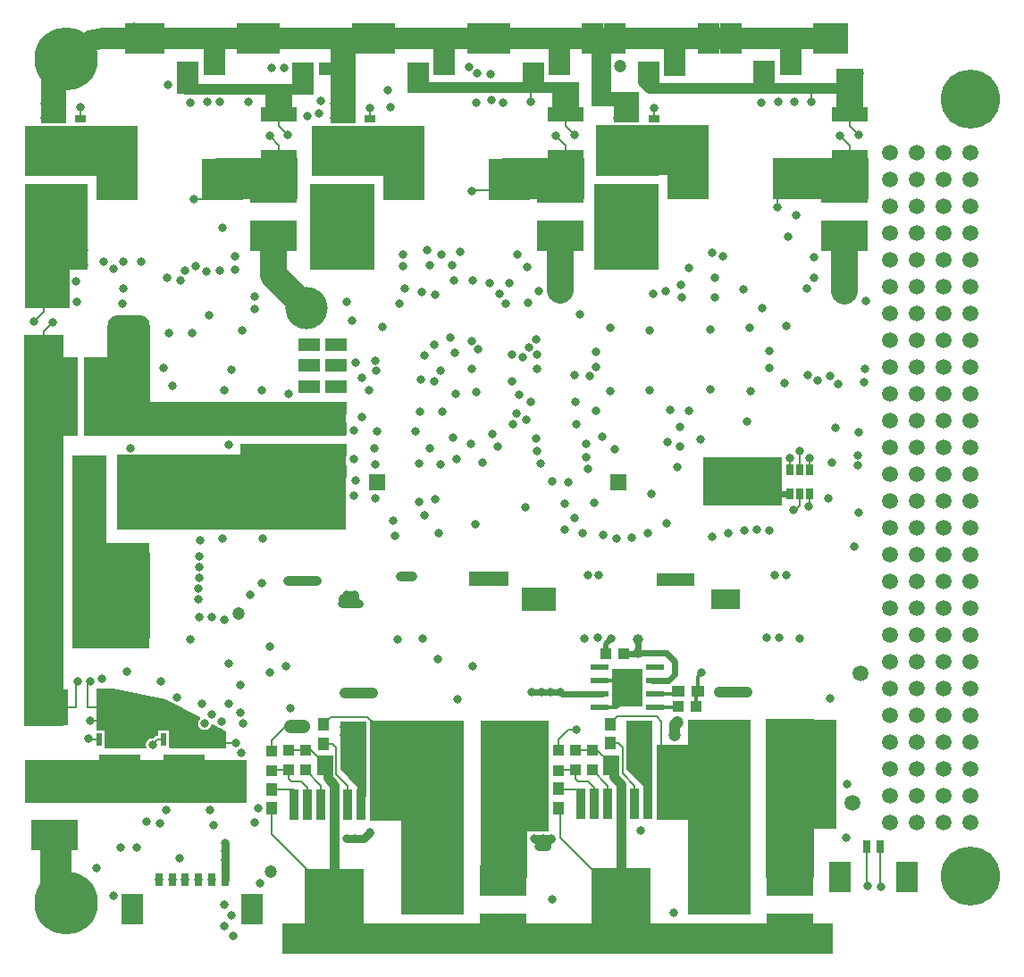
<source format=gtl>
G04 Layer_Physical_Order=1*
G04 Layer_Color=255*
%FSLAX44Y44*%
%MOMM*%
G71*
G01*
G75*
%ADD10C,2.0000*%
%ADD11R,3.2000X1.0000*%
%ADD12R,2.0000X1.2000*%
%ADD13R,0.8000X1.3000*%
%ADD14R,2.1000X3.0000*%
%ADD15R,0.6500X1.0500*%
%ADD16R,5.6000X6.3500*%
%ADD17R,0.9100X3.0000*%
%ADD18R,3.5000X1.4000*%
%ADD19R,1.1000X1.1000*%
%ADD20R,1.0000X0.7000*%
%ADD21R,4.0000X4.0000*%
%ADD22R,6.0000X6.0000*%
%ADD23R,6.0000X2.0000*%
%ADD24R,4.5000X3.0000*%
G04:AMPARAMS|DCode=25|XSize=4mm|YSize=10mm|CornerRadius=1mm|HoleSize=0mm|Usage=FLASHONLY|Rotation=0.000|XOffset=0mm|YOffset=0mm|HoleType=Round|Shape=RoundedRectangle|*
%AMROUNDEDRECTD25*
21,1,4.0000,8.0000,0,0,0.0*
21,1,2.0000,10.0000,0,0,0.0*
1,1,2.0000,1.0000,-4.0000*
1,1,2.0000,-1.0000,-4.0000*
1,1,2.0000,-1.0000,4.0000*
1,1,2.0000,1.0000,4.0000*
%
%ADD25ROUNDEDRECTD25*%
%ADD26R,1.5000X1.9000*%
%ADD27R,0.6100X1.2700*%
%ADD28R,3.9100X3.7500*%
%ADD29R,1.2000X1.1000*%
%ADD30R,1.7500X0.6000*%
%ADD31R,2.8500X3.6000*%
%ADD32R,1.0000X1.1000*%
%ADD33R,1.4000X3.5000*%
%ADD34R,1.1000X1.2000*%
%ADD35C,1.2700*%
%ADD36C,1.0000*%
%ADD37C,0.9000*%
%ADD38C,0.7500*%
%ADD39C,0.6000*%
%ADD40C,0.5000*%
%ADD41C,0.2000*%
%ADD42C,0.3000*%
%ADD43C,3.0000*%
%ADD44C,0.8000*%
%ADD45C,2.5000*%
%ADD46R,7.4500X4.6250*%
%ADD47R,9.9750X4.0250*%
%ADD48R,5.1750X10.4000*%
%ADD49R,4.5050X10.5100*%
%ADD50R,6.0000X12.8250*%
%ADD51R,3.6750X7.1250*%
%ADD52R,4.4500X9.4500*%
%ADD53R,3.3500X7.4750*%
%ADD54R,2.5250X7.4750*%
%ADD55R,2.4750X3.0000*%
%ADD56R,1.6750X2.9750*%
%ADD57R,3.4750X1.4000*%
%ADD58R,1.9750X6.4580*%
%ADD59R,1.0000X0.5750*%
%ADD60R,6.0000X14.0500*%
%ADD61R,2.4000X2.8960*%
%ADD62R,6.1000X8.1000*%
%ADD63R,10.7750X4.8000*%
%ADD64R,7.8000X3.9750*%
%ADD65R,2.4320X7.9440*%
%ADD66R,3.7250X37.1000*%
%ADD67R,21.0000X4.0500*%
%ADD68R,10.7590X4.8000*%
%ADD69R,2.4000X6.0670*%
%ADD70R,6.0090X8.1000*%
%ADD71R,52.1900X2.9500*%
%ADD72R,4.5050X14.9600*%
%ADD73R,0.9250X1.1250*%
%ADD74R,4.5300X15.0600*%
%ADD75R,4.2340X3.9600*%
%ADD76R,2.0500X3.1000*%
%ADD77R,2.0500X3.1500*%
%ADD78R,2.5750X2.6000*%
%ADD79R,2.0750X2.9750*%
%ADD80R,2.0500X2.4750*%
%ADD81R,2.5250X2.6750*%
%ADD82R,2.0750X1.9250*%
%ADD83R,2.0500X2.6500*%
%ADD84R,2.6500X3.9750*%
%ADD85R,2.0500X3.3750*%
%ADD86R,2.0500X3.8750*%
%ADD87R,2.0500X3.2750*%
%ADD88R,2.0500X3.4000*%
%ADD89R,2.0500X3.1250*%
%ADD90R,2.4250X1.3000*%
%ADD91R,22.6250X3.2250*%
%ADD92R,21.7000X7.1000*%
%ADD93R,3.2250X18.4000*%
%ADD94R,6.9750X10.0250*%
%ADD95R,2.7750X1.8500*%
%ADD96R,3.6000X1.2500*%
%ADD97R,3.2500X2.1750*%
%ADD98R,3.7500X1.3250*%
%ADD99C,4.0000*%
%ADD100C,1.5000*%
%ADD101R,1.5000X1.5000*%
%ADD102C,2.5000*%
%ADD103R,1.5000X1.5000*%
%ADD104C,0.6600*%
%ADD105C,0.8000*%
%ADD106C,1.0000*%
%ADD107C,1.2000*%
%ADD108C,6.0000*%
%ADD109C,5.6000*%
%ADD110C,1.7000*%
%ADD111C,1.8000*%
G36*
X284500Y108788D02*
X283495Y108012D01*
X275853Y110000D01*
X260000Y126500D01*
Y171750D01*
X284500D01*
Y108788D01*
D02*
G37*
G36*
X556000Y109038D02*
X554995Y108261D01*
X547353Y110250D01*
X531500Y126750D01*
Y172000D01*
X556000D01*
Y109038D01*
D02*
G37*
G36*
X94500Y192750D02*
X127096Y175460D01*
X127279Y174196D01*
X127160Y173988D01*
X125852Y172031D01*
X125386Y169690D01*
X125852Y167349D01*
X127178Y165364D01*
X129163Y164038D01*
X131504Y163573D01*
X133845Y164038D01*
X135829Y165364D01*
X137156Y167349D01*
X137396Y168559D01*
X138826Y169238D01*
X142780Y167141D01*
X142924Y166924D01*
X144909Y165598D01*
X146155Y165350D01*
X152000Y162250D01*
Y146000D01*
X98951D01*
X97950Y146650D01*
Y163350D01*
X87850D01*
Y158059D01*
X86250D01*
X86250Y158059D01*
X85079Y157826D01*
X84087Y157163D01*
X82667Y155743D01*
X82004Y155875D01*
X79663Y155409D01*
X77678Y154083D01*
X76352Y152098D01*
X75887Y149757D01*
X76352Y147416D01*
X76550Y147120D01*
X75951Y146000D01*
X37951D01*
X36950Y146650D01*
Y163350D01*
X29000D01*
Y203000D01*
X45000D01*
X94500Y192750D01*
D02*
G37*
D10*
X33851Y819080D02*
G03*
X15891Y811640I0J-25400D01*
G01*
X158250Y819080D02*
X172110D01*
X192610D01*
X281110D01*
X410860D02*
X499360D01*
X83610D02*
X158250D01*
X499360D02*
X718360D01*
X33851D02*
X83610D01*
X281110D02*
X301860D01*
X390360D02*
X410860D01*
X301860D02*
X390360D01*
D11*
X22000Y415000D02*
D03*
X70000D02*
D03*
X22000Y395000D02*
D03*
X70000D02*
D03*
X22000Y375000D02*
D03*
X70000D02*
D03*
D12*
X255750Y409000D02*
D03*
X230750D02*
D03*
X255750Y429000D02*
D03*
X230750D02*
D03*
X255750Y449000D02*
D03*
X230750D02*
D03*
X255750Y469000D02*
D03*
X230750D02*
D03*
X255750Y489000D02*
D03*
X230750D02*
D03*
X255750Y509000D02*
D03*
X230750D02*
D03*
X255750Y529000D02*
D03*
X230750D02*
D03*
D13*
X758750Y53000D02*
D03*
X771250D02*
D03*
X125750Y22000D02*
D03*
X113250D02*
D03*
X100750D02*
D03*
X88250D02*
D03*
X138250D02*
D03*
X150750D02*
D03*
X109250Y790700D02*
D03*
X121750D02*
D03*
X134250D02*
D03*
X146750D02*
D03*
X365000D02*
D03*
X352500D02*
D03*
X340000D02*
D03*
X327500D02*
D03*
X436500D02*
D03*
X449000D02*
D03*
X461500D02*
D03*
X474000D02*
D03*
X255750D02*
D03*
X243250D02*
D03*
X230750D02*
D03*
X218250D02*
D03*
X545999Y790700D02*
D03*
X558499D02*
D03*
X570999D02*
D03*
X583499D02*
D03*
X693000Y790750D02*
D03*
X680500D02*
D03*
X668000D02*
D03*
X655500D02*
D03*
D14*
X733390Y24620D02*
D03*
X796890D02*
D03*
X62890Y-6380D02*
D03*
X176390D02*
D03*
X83610Y819080D02*
D03*
X172110D02*
D03*
X390360D02*
D03*
X301860D02*
D03*
X410860D02*
D03*
X499360D02*
D03*
X281110D02*
D03*
X192610D02*
D03*
X520359Y819080D02*
D03*
X608859D02*
D03*
X718360Y819130D02*
D03*
X629860D02*
D03*
D15*
X685750Y387500D02*
D03*
X695250D02*
D03*
X704750D02*
D03*
Y410000D02*
D03*
X695250D02*
D03*
X685750D02*
D03*
D16*
X254700Y900D02*
D03*
X526200Y1150D02*
D03*
D17*
X216600Y93150D02*
D03*
X229300D02*
D03*
X242000D02*
D03*
X254700D02*
D03*
X267400D02*
D03*
X280100D02*
D03*
X292800D02*
D03*
X564300Y93400D02*
D03*
X551600D02*
D03*
X538900D02*
D03*
X526200D02*
D03*
X513500D02*
D03*
X500800D02*
D03*
X488100D02*
D03*
D18*
X-20500Y571500D02*
D03*
Y530500D02*
D03*
X473570Y706310D02*
D03*
Y747310D02*
D03*
X202090Y747330D02*
D03*
Y706330D02*
D03*
X742910Y747540D02*
D03*
Y706540D02*
D03*
D19*
X227100Y144650D02*
D03*
Y125650D02*
D03*
X195000Y125000D02*
D03*
Y144000D02*
D03*
X482600Y144900D02*
D03*
Y125900D02*
D03*
X211100Y144650D02*
D03*
Y125650D02*
D03*
X498600Y144900D02*
D03*
Y125900D02*
D03*
X466500Y125250D02*
D03*
Y144250D02*
D03*
D20*
X13750Y723750D02*
D03*
Y733250D02*
D03*
Y742750D02*
D03*
X-12250Y742750D02*
D03*
Y733250D02*
D03*
Y723750D02*
D03*
X261750Y723750D02*
D03*
Y733250D02*
D03*
Y742750D02*
D03*
X287750Y742750D02*
D03*
Y733250D02*
D03*
Y723750D02*
D03*
X557000Y724000D02*
D03*
Y733500D02*
D03*
Y743000D02*
D03*
X531000Y743000D02*
D03*
Y733500D02*
D03*
Y724000D02*
D03*
D21*
X148740Y685880D02*
D03*
X48740D02*
D03*
X431500Y115500D02*
D03*
X331500D02*
D03*
X689560Y686090D02*
D03*
X589560D02*
D03*
X320220Y685860D02*
D03*
X420220D02*
D03*
X602500Y115500D02*
D03*
X702500D02*
D03*
D22*
X-8910Y650730D02*
D03*
X347500Y17950D02*
D03*
X532000Y650900D02*
D03*
X263000D02*
D03*
X619000Y18200D02*
D03*
D23*
X-8910Y698830D02*
D03*
X347500Y-30150D02*
D03*
X532000Y699000D02*
D03*
X263000D02*
D03*
X619000Y-29900D02*
D03*
D24*
X197090Y631830D02*
D03*
Y677830D02*
D03*
X686200Y-24900D02*
D03*
Y21100D02*
D03*
X414700Y-25150D02*
D03*
Y20850D02*
D03*
X737910Y632040D02*
D03*
Y678040D02*
D03*
X468570Y631810D02*
D03*
Y677810D02*
D03*
X-10500Y64000D02*
D03*
Y110000D02*
D03*
D25*
X59480Y290660D02*
D03*
Y506900D02*
D03*
D26*
X517000Y130000D02*
D03*
X548000D02*
D03*
X245500Y129750D02*
D03*
X276500D02*
D03*
D27*
X131000Y155000D02*
D03*
X118300D02*
D03*
X105600D02*
D03*
X92900D02*
D03*
Y101600D02*
D03*
X105600D02*
D03*
X118300D02*
D03*
X131000D02*
D03*
X70000Y155000D02*
D03*
X57300D02*
D03*
X44600D02*
D03*
X31900D02*
D03*
Y101600D02*
D03*
X44600D02*
D03*
X57300D02*
D03*
X70000D02*
D03*
D28*
X111950Y121700D02*
D03*
X50950D02*
D03*
D29*
X598500Y200500D02*
D03*
X580500D02*
D03*
D30*
X506000Y223050D02*
D03*
Y210350D02*
D03*
Y197650D02*
D03*
Y184950D02*
D03*
X558000Y223050D02*
D03*
Y210350D02*
D03*
Y197650D02*
D03*
Y184950D02*
D03*
D31*
X532000Y204000D02*
D03*
D32*
X528999Y236000D02*
D03*
X511999D02*
D03*
X597499Y186000D02*
D03*
X580499D02*
D03*
D33*
X36500Y185000D02*
D03*
X-4500D02*
D03*
D34*
X466500Y107750D02*
D03*
Y89750D02*
D03*
X195000Y107500D02*
D03*
Y89500D02*
D03*
X515500Y169000D02*
D03*
Y151000D02*
D03*
X244000Y168750D02*
D03*
Y150750D02*
D03*
D35*
X213000Y167000D02*
X225000D01*
D36*
X264250Y199000D02*
X273250D01*
X282000D01*
X291000D01*
X547000Y777750D02*
X553000Y771750D01*
X706535D01*
X113750Y771250D02*
X210000D01*
X340000Y772500D02*
X440771D01*
X475000D01*
X706535Y771750D02*
X747500D01*
X636680Y199620D02*
X645680D01*
X627930D02*
X636680D01*
X618930D02*
X627930D01*
X577000Y159000D02*
Y169000D01*
X579000Y171000D01*
D37*
X327500Y309750D02*
X327750Y309500D01*
X317250Y309750D02*
X327500D01*
X210250Y305250D02*
X219250D01*
X228000D01*
X237000D01*
X526200Y3800D02*
Y93400D01*
Y1150D02*
Y3800D01*
X254700Y5300D02*
Y93150D01*
Y900D02*
Y5300D01*
Y93150D02*
Y111780D01*
X247960Y118520D02*
X254700Y111780D01*
X247960Y118520D02*
Y127290D01*
X526200Y93400D02*
Y112030D01*
X519460Y118770D02*
Y127540D01*
Y118770D02*
X526200Y112030D01*
X238100Y900D02*
X254700D01*
X233250Y5750D02*
X238100Y900D01*
X237850D02*
X238100D01*
D38*
X266000Y287000D02*
X270000Y283000D01*
X266000Y287000D02*
Y292000D01*
X274000Y287000D02*
Y292000D01*
X266000D02*
X274000D01*
X262300Y288300D02*
X266000Y292000D01*
X262300Y283400D02*
Y288300D01*
Y283400D02*
X262700Y283000D01*
X270000D01*
X278000D01*
X266000Y61000D02*
X274000D01*
X282000D01*
X282000D01*
X288000Y67000D01*
X444000Y61000D02*
X452000D01*
X460000D01*
X456000Y53000D02*
Y57000D01*
X448000Y53000D02*
X456000D01*
X448000D02*
Y57000D01*
X274000Y287000D02*
X278000Y283000D01*
X444000Y61000D02*
X448000Y57000D01*
X456000D02*
X460000Y61000D01*
D39*
X624360Y398780D02*
X635640Y387500D01*
X685750D01*
X528999Y236000D02*
X541250D01*
X468290Y199600D02*
X470240Y197650D01*
X541750Y240000D02*
Y249250D01*
Y236500D02*
X569000D01*
X577250Y228250D01*
Y216750D02*
Y228250D01*
X570850Y210350D02*
X577250Y216750D01*
X556000Y210350D02*
X570850D01*
X470240Y197650D02*
X506000D01*
X508000D01*
X441540Y199600D02*
X450540D01*
X459290D01*
X468290D01*
D40*
X511999Y244999D02*
X517000Y250000D01*
X511999Y236000D02*
Y244999D01*
D41*
X476250Y164000D02*
X483500D01*
X466500Y154250D02*
X476250Y164000D01*
X508000Y184950D02*
X509200Y183750D01*
X292000Y91500D02*
Y169750D01*
X285750Y176000D02*
X292000Y169750D01*
X251250Y176000D02*
X285750D01*
X466500Y89750D02*
X468250Y88000D01*
Y61750D02*
Y88000D01*
Y61750D02*
X526200Y3800D01*
X36500Y172250D02*
Y185000D01*
X23000Y172250D02*
X36500D01*
X422800Y119150D02*
Y142200D01*
X564250Y92500D02*
Y171750D01*
X559750Y176250D02*
X564250Y171750D01*
Y92500D02*
X565000Y91750D01*
X134493Y151507D02*
X161508D01*
X19000Y157250D02*
X21250Y155000D01*
X31900D01*
X82004Y149757D02*
Y150754D01*
X86250Y155000D01*
X92900D01*
X201500Y771000D02*
X230000D01*
X10000Y185000D02*
Y210000D01*
X21000Y185000D02*
Y210000D01*
X466500Y107100D02*
X488100D01*
X466000D02*
X466500D01*
X195000Y106850D02*
X216600D01*
X194500D02*
X195000D01*
X557000Y743000D02*
Y753000D01*
X287750Y742750D02*
Y753250D01*
X771250Y16500D02*
X772500Y15250D01*
X689422Y371828D02*
X690000Y371250D01*
X742910Y736320D02*
Y747540D01*
Y736320D02*
X751420Y727810D01*
X742910Y706540D02*
Y718020D01*
X733820Y727110D02*
X742910Y718020D01*
X673820Y670350D02*
X689560Y686090D01*
X673820Y659210D02*
Y670350D01*
X473570Y736090D02*
Y747310D01*
Y736090D02*
X482080Y727580D01*
X473570Y706310D02*
Y717790D01*
X464480Y726880D02*
X473570Y717790D01*
X129860Y667000D02*
X148740Y685880D01*
X193000Y726900D02*
X202090Y717810D01*
Y706330D02*
Y717810D01*
Y736110D02*
X210600Y727600D01*
X202090Y736110D02*
Y747330D01*
X-4500Y185000D02*
X10000D01*
X21000D02*
X36500D01*
X195000Y65000D02*
X254700Y5300D01*
X195000Y65000D02*
Y89500D01*
X256000Y121850D02*
Y147000D01*
X211100Y144650D02*
X227100D01*
X199500Y125650D02*
X211100D01*
X229300Y93150D02*
Y108750D01*
X223100Y114950D02*
X229300Y108750D01*
X213500Y114950D02*
X223100D01*
X211100Y117350D02*
X213500Y114950D01*
X211100Y117350D02*
Y125650D01*
X242000Y93150D02*
Y110750D01*
X227100Y125650D02*
X242000Y110750D01*
X267400Y93150D02*
Y110450D01*
X256000Y121850D02*
X267400Y110450D01*
X252250Y150750D02*
X256000Y147000D01*
X244000Y150750D02*
X252250D01*
X244000Y168750D02*
X251250Y176000D01*
X227100Y144650D02*
X232100D01*
X245500Y131250D01*
X515500Y151000D02*
X523750D01*
X527500Y147250D01*
X538900Y93400D02*
Y110700D01*
X527500Y122100D02*
Y147250D01*
Y122100D02*
X538900Y110700D01*
X498600Y125900D02*
X513500Y111000D01*
Y93400D02*
Y111000D01*
X482600Y117600D02*
Y125900D01*
X500800Y93400D02*
Y109000D01*
X482600Y117600D02*
X485000Y115200D01*
X494600D02*
X500800Y109000D01*
X485000Y115200D02*
X494600D01*
X471000Y125900D02*
X482600D01*
X482600Y144900D02*
X498600D01*
X503600D01*
X517000Y131500D01*
X522750Y176250D02*
X559750D01*
X515500Y169000D02*
X522750Y176250D01*
X195000Y144000D02*
Y153750D01*
X466500Y144250D02*
Y154250D01*
X-21000Y530500D02*
Y541500D01*
X-12600Y549900D01*
X-21000Y560000D02*
Y571500D01*
X-30400Y550600D02*
X-21000Y560000D01*
X440771Y759479D02*
Y772500D01*
X706535Y759465D02*
Y771750D01*
X685750Y410000D02*
Y421750D01*
X695250Y410000D02*
Y428000D01*
X704750Y410000D02*
Y421500D01*
Y375750D02*
Y387500D01*
X695250Y376500D02*
Y387500D01*
X771250Y16500D02*
Y53000D01*
X13750Y742750D02*
Y753500D01*
X13500Y753750D02*
X13750Y753500D01*
X121250Y667000D02*
X129860Y667000D01*
X384500Y674750D02*
X385396Y675646D01*
X410006D01*
X404480Y670120D02*
X410006Y675646D01*
X420220Y685860D01*
X758750Y15500D02*
Y53000D01*
X690000Y371250D02*
X695250Y376500D01*
X161508Y151492D02*
Y151507D01*
Y151492D02*
X162000Y151000D01*
X704732Y375768D02*
X704750Y375750D01*
X704034Y375768D02*
X704732D01*
X195000Y153750D02*
X208250Y167000D01*
X213000D01*
X694300Y119400D02*
Y172200D01*
X666550D02*
X694300D01*
D42*
X598500Y214000D02*
X602500Y218000D01*
X598500Y200500D02*
Y214000D01*
X522200Y184950D02*
X532000Y194750D01*
X508000Y184950D02*
X522200D01*
X508000Y210350D02*
X525650D01*
X597499Y186000D02*
Y199499D01*
X556000Y184950D02*
X579449D01*
X556000Y197650D02*
X577650D01*
D43*
X-10000Y10000D02*
Y60500D01*
Y10000D02*
X0Y0D01*
D44*
X150750Y56500D02*
X150750Y56500D01*
X150750Y22000D02*
Y56500D01*
D45*
X737910Y579910D02*
Y632040D01*
X468570Y580430D02*
Y631810D01*
X197090Y595160D02*
X228250Y564000D01*
X197090Y595160D02*
Y631830D01*
D46*
X641000Y399125D02*
D03*
D47*
X215625Y414875D02*
D03*
D48*
X705125Y122000D02*
D03*
D49*
X435525Y120200D02*
D03*
D50*
X619000Y109375D02*
D03*
D51*
X578125Y114125D02*
D03*
D52*
X310000Y125250D02*
D03*
D53*
X-6000Y480125D02*
D03*
D54*
X29625D02*
D03*
D55*
X68375Y819000D02*
D03*
D56*
X732375Y819125D02*
D03*
D57*
X522125Y761500D02*
D03*
D58*
X507125Y786790D02*
D03*
D59*
X557750Y778375D02*
D03*
D60*
X347500Y102250D02*
D03*
D61*
X530910Y754020D02*
D03*
D62*
X531410Y640540D02*
D03*
X262070Y640310D02*
D03*
D63*
X555785Y713040D02*
D03*
X286445Y712810D02*
D03*
D64*
X721410Y686165D02*
D03*
X452070Y685935D02*
D03*
X180590Y685955D02*
D03*
D65*
X262410Y779030D02*
D03*
D66*
X-20625Y352500D02*
D03*
D67*
X66000Y115250D02*
D03*
D68*
X15045Y712750D02*
D03*
D69*
X-11910Y769665D02*
D03*
D70*
X-8955Y640330D02*
D03*
D71*
X466050Y-33750D02*
D03*
D72*
X414775Y97950D02*
D03*
D73*
X280125Y105875D02*
D03*
X551625Y106125D02*
D03*
D74*
X686150Y98700D02*
D03*
D75*
X-17830Y583300D02*
D03*
D76*
X115500Y781750D02*
D03*
D77*
X224250Y781500D02*
D03*
D78*
X202125Y763250D02*
D03*
D79*
X333875Y782375D02*
D03*
D80*
X442750Y784875D02*
D03*
D81*
X473625Y764125D02*
D03*
D82*
X552375Y787625D02*
D03*
D83*
X661750Y785000D02*
D03*
D84*
X742750Y770875D02*
D03*
D85*
X577250Y800875D02*
D03*
D86*
X686750Y803625D02*
D03*
D87*
X467750Y800625D02*
D03*
D88*
X358750Y801250D02*
D03*
D89*
X140500Y799875D02*
D03*
D90*
X251375Y790750D02*
D03*
D91*
X152625Y458875D02*
D03*
D92*
X157250Y389000D02*
D03*
D93*
X22125Y332500D02*
D03*
D94*
X44625Y290625D02*
D03*
D95*
X624875Y287750D02*
D03*
D96*
X577500Y306250D02*
D03*
D97*
X448000Y287375D02*
D03*
D98*
X400500Y306625D02*
D03*
D99*
X228250Y374000D02*
D03*
Y564000D02*
D03*
X624360Y398780D02*
D03*
D100*
X781100Y711200D02*
D03*
X806500D02*
D03*
X781100Y685800D02*
D03*
X806500D02*
D03*
X781100Y660400D02*
D03*
X806500D02*
D03*
X781100Y635000D02*
D03*
X806500D02*
D03*
X781100Y609600D02*
D03*
X806500D02*
D03*
X781100Y584200D02*
D03*
X806500D02*
D03*
X781100Y558800D02*
D03*
X806500D02*
D03*
X781100Y533400D02*
D03*
X806500D02*
D03*
X781100Y508000D02*
D03*
X806500D02*
D03*
X781100Y482600D02*
D03*
X806500D02*
D03*
X781100Y457200D02*
D03*
X806500D02*
D03*
X781100Y431800D02*
D03*
X806500D02*
D03*
X781100Y406400D02*
D03*
X806500D02*
D03*
X781100Y381000D02*
D03*
X806500D02*
D03*
X781100Y355600D02*
D03*
X806500D02*
D03*
X781100Y330200D02*
D03*
X806500D02*
D03*
X781100Y304800D02*
D03*
X806500D02*
D03*
X781100Y279400D02*
D03*
X806500D02*
D03*
X781100Y254000D02*
D03*
X806500D02*
D03*
X781100Y228600D02*
D03*
X806500D02*
D03*
X781100Y203200D02*
D03*
X806500D02*
D03*
X781100Y177800D02*
D03*
X806500D02*
D03*
X781100Y152400D02*
D03*
X806500D02*
D03*
X781100Y127000D02*
D03*
X806500D02*
D03*
X781100Y101600D02*
D03*
X806500D02*
D03*
X781100Y76200D02*
D03*
X806500D02*
D03*
X1600Y507400D02*
D03*
X27000D02*
D03*
X1600Y482000D02*
D03*
X831900Y711200D02*
D03*
X857300D02*
D03*
X831900Y685800D02*
D03*
X857300D02*
D03*
X831900Y660400D02*
D03*
X857300D02*
D03*
X831900Y635000D02*
D03*
X857300D02*
D03*
X831900Y609600D02*
D03*
X857300D02*
D03*
X831900Y584200D02*
D03*
X857300D02*
D03*
X831900Y558800D02*
D03*
X857300D02*
D03*
X831900Y533400D02*
D03*
X857300D02*
D03*
X831900Y508000D02*
D03*
X857300D02*
D03*
X831900Y482600D02*
D03*
X857300D02*
D03*
X831900Y457200D02*
D03*
X857300D02*
D03*
X831900Y431800D02*
D03*
X857300D02*
D03*
X831900Y406400D02*
D03*
X857300D02*
D03*
X831900Y381000D02*
D03*
X857300D02*
D03*
X831900Y355600D02*
D03*
X857300D02*
D03*
X831900Y330200D02*
D03*
X857300D02*
D03*
X831900Y304800D02*
D03*
X857300D02*
D03*
X831900Y279400D02*
D03*
X857300D02*
D03*
X831900Y254000D02*
D03*
X857300D02*
D03*
X831900Y228600D02*
D03*
X857300D02*
D03*
X831900Y203200D02*
D03*
X857300D02*
D03*
X831900Y177800D02*
D03*
X857300D02*
D03*
X831900Y152400D02*
D03*
X857300D02*
D03*
X831900Y127000D02*
D03*
X857300D02*
D03*
X831900Y101600D02*
D03*
X857300D02*
D03*
X831900Y76200D02*
D03*
X857300D02*
D03*
X744960Y94540D02*
D03*
X753000Y217000D02*
D03*
D101*
X27000Y482000D02*
D03*
D102*
X187480Y398780D02*
D03*
D103*
X295000D02*
D03*
X523500D02*
D03*
D104*
X526000Y216000D02*
D03*
X538000D02*
D03*
D105*
X44750Y6250D02*
D03*
X29000Y33000D02*
D03*
X57750Y219000D02*
D03*
X52000Y52500D02*
D03*
X131504Y169690D02*
D03*
X483500Y164000D02*
D03*
X602500Y218000D02*
D03*
X535500Y167000D02*
D03*
X551500D02*
D03*
X543500D02*
D03*
X551500Y159000D02*
D03*
X543500D02*
D03*
X627500Y350500D02*
D03*
X551750Y350500D02*
D03*
X536000Y346000D02*
D03*
X663999Y251000D02*
D03*
X76500Y77000D02*
D03*
X67250Y52250D02*
D03*
X126250Y328250D02*
D03*
X34000Y212000D02*
D03*
X695034Y250012D02*
D03*
X522000Y344750D02*
D03*
X489389Y350389D02*
D03*
X583500Y574000D02*
D03*
X309750Y362000D02*
D03*
X312099Y347901D02*
D03*
X157500Y113750D02*
D03*
X166000D02*
D03*
X21500Y155750D02*
D03*
X23000Y172250D02*
D03*
X-5000Y128500D02*
D03*
X-32000Y128250D02*
D03*
X-23000D02*
D03*
X-14000Y128500D02*
D03*
X4250Y128750D02*
D03*
X82004Y149757D02*
D03*
X166008Y122506D02*
D03*
X157508D02*
D03*
X95000Y87500D02*
D03*
X275000Y400250D02*
D03*
X293500Y383500D02*
D03*
X273000Y385500D02*
D03*
X335000Y380000D02*
D03*
X555000Y387500D02*
D03*
X569000Y359750D02*
D03*
X460750Y399500D02*
D03*
X579500Y412500D02*
D03*
X494500Y411000D02*
D03*
X304750Y770000D02*
D03*
X350000Y576000D02*
D03*
X54003Y567778D02*
D03*
X158250Y819080D02*
D03*
X160258Y612780D02*
D03*
X319250Y603500D02*
D03*
X299750Y545750D02*
D03*
X642000Y581000D02*
D03*
X702250Y582250D02*
D03*
X583000Y585500D02*
D03*
X691820Y651500D02*
D03*
X722250Y382950D02*
D03*
X64500Y830000D02*
D03*
Y819750D02*
D03*
Y809250D02*
D03*
X401750Y829750D02*
D03*
Y819500D02*
D03*
Y809000D02*
D03*
X292500Y829500D02*
D03*
Y819250D02*
D03*
Y808750D02*
D03*
X736250D02*
D03*
Y819250D02*
D03*
Y829500D02*
D03*
X724250Y193250D02*
D03*
X482250Y365000D02*
D03*
X504000Y250750D02*
D03*
X612750Y346500D02*
D03*
X435500Y374500D02*
D03*
X335500Y465250D02*
D03*
X404500Y444250D02*
D03*
X370268Y420271D02*
D03*
X328750Y813250D02*
D03*
X240000Y748000D02*
D03*
X570500Y436500D02*
D03*
X126302Y318092D02*
D03*
X138250Y22000D02*
D03*
X751250Y369500D02*
D03*
X667000Y507000D02*
D03*
Y523000D02*
D03*
X321000Y582000D02*
D03*
X315750Y567500D02*
D03*
X349000Y529000D02*
D03*
X417000Y567500D02*
D03*
X422750Y519250D02*
D03*
X655000Y353250D02*
D03*
X643000Y352750D02*
D03*
X388750Y484000D02*
D03*
X689422Y371828D02*
D03*
X487000Y557250D02*
D03*
X519750Y429500D02*
D03*
X502750Y522250D02*
D03*
X524160Y619040D02*
D03*
X524160Y604040D02*
D03*
X554160Y619040D02*
D03*
X509160D02*
D03*
X509160Y604040D02*
D03*
X546660Y611540D02*
D03*
X531660D02*
D03*
X645500Y455750D02*
D03*
X500500Y379250D02*
D03*
X508250Y442000D02*
D03*
X483250Y475000D02*
D03*
X483750Y453500D02*
D03*
X492750Y435250D02*
D03*
Y422500D02*
D03*
X476250Y398250D02*
D03*
X336000Y496250D02*
D03*
X339500Y519000D02*
D03*
X294500Y446750D02*
D03*
X280500Y460000D02*
D03*
X383750Y435250D02*
D03*
X293250Y415000D02*
D03*
X395000Y417000D02*
D03*
X353500Y350250D02*
D03*
X314100Y249650D02*
D03*
X352250Y230500D02*
D03*
X340000Y367500D02*
D03*
X473000Y353500D02*
D03*
X350000Y382250D02*
D03*
X708785Y611530D02*
D03*
X174500Y292000D02*
D03*
X126250Y308000D02*
D03*
X228000Y305250D02*
D03*
X553500Y485750D02*
D03*
X610500Y486500D02*
D03*
Y543500D02*
D03*
X553500Y542750D02*
D03*
X622750Y613000D02*
D03*
X157000Y-12500D02*
D03*
X150500Y-22000D02*
D03*
X158500Y-31500D02*
D03*
X150000Y-2000D02*
D03*
X150750Y56500D02*
D03*
Y48750D02*
D03*
Y40750D02*
D03*
X402750Y785500D02*
D03*
X734250Y785750D02*
D03*
X743000D02*
D03*
X751750Y786000D02*
D03*
X690000Y759000D02*
D03*
X751420Y727810D02*
D03*
X733820Y727110D02*
D03*
X674660Y759070D02*
D03*
X658660Y758650D02*
D03*
X538910Y757790D02*
D03*
X530910Y764040D02*
D03*
X522910Y758040D02*
D03*
X530910Y751790D02*
D03*
X673820Y659210D02*
D03*
X539160Y619040D02*
D03*
X516660Y611540D02*
D03*
X539160Y604040D02*
D03*
X557000Y753000D02*
D03*
X414500Y758500D02*
D03*
X482080Y727580D02*
D03*
X464480Y726880D02*
D03*
X403705Y760455D02*
D03*
X389320Y758420D02*
D03*
X270570Y757560D02*
D03*
X262570Y763810D02*
D03*
X254570Y757810D02*
D03*
X254570Y743560D02*
D03*
X262570Y751560D02*
D03*
X384500Y674750D02*
D03*
X284820Y618810D02*
D03*
X269820D02*
D03*
X277320Y611310D02*
D03*
X262320D02*
D03*
X287750Y753250D02*
D03*
X160500Y600000D02*
D03*
X117840Y758440D02*
D03*
X133840Y758860D02*
D03*
X145750Y758750D02*
D03*
X193000Y726900D02*
D03*
X210600Y727600D02*
D03*
X590500Y466500D02*
D03*
X572750Y467000D02*
D03*
X516000Y485000D02*
D03*
X515500Y545000D02*
D03*
X135500Y556500D02*
D03*
X157250Y504750D02*
D03*
X178998Y562999D02*
D03*
Y574999D02*
D03*
X98000Y539500D02*
D03*
X120000Y539500D02*
D03*
X149750Y486000D02*
D03*
X90000Y209750D02*
D03*
X23000Y210000D02*
D03*
X11000D02*
D03*
X667000Y353000D02*
D03*
X739250Y61500D02*
D03*
X576000Y-10000D02*
D03*
X460830Y3170D02*
D03*
X184000Y18000D02*
D03*
X338000Y250000D02*
D03*
X694000Y168000D02*
D03*
X703000D02*
D03*
X545000Y68000D02*
D03*
X371000Y193000D02*
D03*
X179000Y76000D02*
D03*
X740250Y112000D02*
D03*
X625000Y284000D02*
D03*
X448000D02*
D03*
Y53000D02*
D03*
X456000D02*
D03*
X460000Y61000D02*
D03*
X452000D02*
D03*
X444000D02*
D03*
X288000Y67000D02*
D03*
X282000Y61000D02*
D03*
X274000D02*
D03*
X266000D02*
D03*
X522000Y116000D02*
D03*
X505040Y310100D02*
D03*
X494540Y310350D02*
D03*
X385890Y224250D02*
D03*
X450540Y199600D02*
D03*
X468290D02*
D03*
X459290D02*
D03*
X441540D02*
D03*
X491390Y250250D02*
D03*
X682430Y310120D02*
D03*
X671930Y310370D02*
D03*
X582680Y305870D02*
D03*
X573930D02*
D03*
X564930D02*
D03*
X645680Y199620D02*
D03*
X636680D02*
D03*
X618930D02*
D03*
X627930D02*
D03*
X208600Y223650D02*
D03*
X327750Y309500D02*
D03*
X317250Y309750D02*
D03*
X237000Y305250D02*
D03*
X113250Y22000D02*
D03*
X88250D02*
D03*
X100750D02*
D03*
X125750D02*
D03*
X129000Y188750D02*
D03*
X138500Y178250D02*
D03*
X441000Y-35750D02*
D03*
X451000D02*
D03*
Y-25750D02*
D03*
X441000D02*
D03*
X311000Y-35750D02*
D03*
Y-25750D02*
D03*
X381000Y-35750D02*
D03*
X391000D02*
D03*
X381000Y-25750D02*
D03*
X391000D02*
D03*
X211000Y-35750D02*
D03*
X221000D02*
D03*
X231000D02*
D03*
X241000D02*
D03*
X251000D02*
D03*
X261000D02*
D03*
X271000D02*
D03*
X281000D02*
D03*
X291000D02*
D03*
X301000D02*
D03*
Y-25750D02*
D03*
X291000D02*
D03*
X281000D02*
D03*
X271000D02*
D03*
X261000D02*
D03*
X251000D02*
D03*
X241000D02*
D03*
X231000D02*
D03*
X221000D02*
D03*
X211000D02*
D03*
X13500Y753750D02*
D03*
X-11910Y751580D02*
D03*
X-19910Y757830D02*
D03*
X-3910Y757580D02*
D03*
X-11910Y763830D02*
D03*
X-20000Y744000D02*
D03*
X121250Y667000D02*
D03*
X-27910Y618830D02*
D03*
X-12910D02*
D03*
X2090D02*
D03*
X17090D02*
D03*
X9590Y611330D02*
D03*
X-5410D02*
D03*
X-20410D02*
D03*
X17090Y603830D02*
D03*
X2090D02*
D03*
X-12910D02*
D03*
X-27910D02*
D03*
X482500Y-35500D02*
D03*
X492500D02*
D03*
X502500D02*
D03*
X482500Y-25500D02*
D03*
X492500D02*
D03*
X512500Y-35500D02*
D03*
X502500Y-25500D02*
D03*
X512500D02*
D03*
X522500Y-35500D02*
D03*
X532500D02*
D03*
X522500Y-25500D02*
D03*
X532500D02*
D03*
X542500Y-35500D02*
D03*
Y-25500D02*
D03*
X552500Y-35500D02*
D03*
X562500D02*
D03*
X572500D02*
D03*
X552500Y-25500D02*
D03*
X562500D02*
D03*
X572500D02*
D03*
X582500Y-35500D02*
D03*
Y-25500D02*
D03*
X722500D02*
D03*
Y-35500D02*
D03*
X652500D02*
D03*
Y-25500D02*
D03*
X662500Y-35500D02*
D03*
Y-25500D02*
D03*
X712500Y-35500D02*
D03*
Y-25500D02*
D03*
X535500Y159000D02*
D03*
X432000Y159000D02*
D03*
X423000D02*
D03*
X414000D02*
D03*
Y168000D02*
D03*
X423000D02*
D03*
X432000D02*
D03*
X685000Y159000D02*
D03*
X694000D02*
D03*
X703000D02*
D03*
X685000Y168000D02*
D03*
X-30400Y550600D02*
D03*
X-12600Y549900D02*
D03*
X10000Y588800D02*
D03*
X10700Y569800D02*
D03*
X54250Y582000D02*
D03*
X166750Y542750D02*
D03*
X337500Y579000D02*
D03*
X390000Y786000D02*
D03*
X307500Y753750D02*
D03*
X229000Y746000D02*
D03*
X173000Y759000D02*
D03*
X207250Y791500D02*
D03*
X194750D02*
D03*
X706535Y759465D02*
D03*
X440771Y759479D02*
D03*
X54500Y607250D02*
D03*
X45000Y601000D02*
D03*
X35500Y607250D02*
D03*
X568500Y579250D02*
D03*
X685750Y421750D02*
D03*
X695250Y428000D02*
D03*
X704750Y421500D02*
D03*
X97000Y775000D02*
D03*
X759750Y15500D02*
D03*
X772500Y15250D02*
D03*
X280000Y158750D02*
D03*
Y166750D02*
D03*
X272000D02*
D03*
X264000Y158750D02*
D03*
X272000D02*
D03*
X264000Y166750D02*
D03*
X282000Y199000D02*
D03*
X264250D02*
D03*
X291000D02*
D03*
X273250D02*
D03*
X405290Y305850D02*
D03*
X396540D02*
D03*
X387540D02*
D03*
X387750Y358750D02*
D03*
X127000Y343750D02*
D03*
X148500Y345500D02*
D03*
X482000Y500000D02*
D03*
X409520Y432021D02*
D03*
X423500Y453250D02*
D03*
X449500Y416250D02*
D03*
X446250Y427750D02*
D03*
X427250Y464000D02*
D03*
X440750Y474750D02*
D03*
X445750Y439750D02*
D03*
X436127Y457873D02*
D03*
X496250Y499000D02*
D03*
X502524Y507775D02*
D03*
X472500Y378000D02*
D03*
X648282Y545027D02*
D03*
X502750Y466000D02*
D03*
X186500Y345500D02*
D03*
X345000Y430250D02*
D03*
X355000Y415750D02*
D03*
X186009Y485774D02*
D03*
X456000Y284000D02*
D03*
X440000D02*
D03*
X444000Y292000D02*
D03*
X452000D02*
D03*
X412999Y306999D02*
D03*
X616980Y284020D02*
D03*
X629000Y292000D02*
D03*
X621000D02*
D03*
X589999Y306999D02*
D03*
X633000Y284000D02*
D03*
X126000Y287750D02*
D03*
X138000Y271000D02*
D03*
X126250Y271000D02*
D03*
X107750Y41750D02*
D03*
X219250Y305250D02*
D03*
X272500Y420750D02*
D03*
X522750Y744250D02*
D03*
X242000Y760000D02*
D03*
X221500Y770000D02*
D03*
X111000Y814000D02*
D03*
X126000Y297980D02*
D03*
X210250Y305250D02*
D03*
X186000Y302500D02*
D03*
X262300Y283400D02*
D03*
X278000Y283000D02*
D03*
X274000Y292000D02*
D03*
X270000Y283000D02*
D03*
X266000Y292000D02*
D03*
X335000Y416000D02*
D03*
X239820Y618810D02*
D03*
X254820D02*
D03*
X247320Y611310D02*
D03*
X271500Y551750D02*
D03*
X293000Y514000D02*
D03*
X280250Y497250D02*
D03*
X294250Y504000D02*
D03*
X355250Y504500D02*
D03*
X349250Y494000D02*
D03*
X287500Y485500D02*
D03*
X274250Y511750D02*
D03*
X256000Y508750D02*
D03*
X255250Y488500D02*
D03*
X230750Y509000D02*
D03*
Y489000D02*
D03*
X71500Y607750D02*
D03*
X108250Y590250D02*
D03*
X123250Y603500D02*
D03*
X113000Y599500D02*
D03*
X95750Y592000D02*
D03*
X133250Y598250D02*
D03*
X708750Y592500D02*
D03*
X615250D02*
D03*
X615000Y573750D02*
D03*
X659750Y563250D02*
D03*
X-29750Y173000D02*
D03*
Y182000D02*
D03*
Y191000D02*
D03*
Y200250D02*
D03*
X61250Y431000D02*
D03*
X100750Y490250D02*
D03*
X148750Y640000D02*
D03*
X146000Y599500D02*
D03*
X284820Y603810D02*
D03*
X319500Y614250D02*
D03*
X345000Y604500D02*
D03*
X447750Y580000D02*
D03*
X385500Y590250D02*
D03*
X368000Y589750D02*
D03*
X366250Y604500D02*
D03*
X373518Y617280D02*
D03*
X356017Y614280D02*
D03*
X342017Y618530D02*
D03*
X554160Y604040D02*
D03*
X556571Y577429D02*
D03*
X590250Y601500D02*
D03*
X612280Y616280D02*
D03*
X684750Y631000D02*
D03*
X381750Y792500D02*
D03*
X140250Y73000D02*
D03*
X105000Y194500D02*
D03*
X137000Y87500D02*
D03*
X182000Y89750D02*
D03*
X166000Y141750D02*
D03*
X161508Y151507D02*
D03*
X167920Y170000D02*
D03*
X154750Y188500D02*
D03*
X165750Y206500D02*
D03*
X154250Y227000D02*
D03*
X193000Y243000D02*
D03*
X211000Y482000D02*
D03*
X154750Y434250D02*
D03*
X193000Y218250D02*
D03*
X147250Y171250D02*
D03*
X165000Y180000D02*
D03*
X212500Y184250D02*
D03*
X704034Y375768D02*
D03*
X292500Y430250D02*
D03*
X648500Y485000D02*
D03*
X751000Y446000D02*
D03*
X726035Y417520D02*
D03*
X750250Y414250D02*
D03*
X729500Y449750D02*
D03*
X747000Y337250D02*
D03*
X731750Y491500D02*
D03*
X680900Y492850D02*
D03*
X757250Y506250D02*
D03*
X724000Y499000D02*
D03*
X702750Y500000D02*
D03*
X712035Y495024D02*
D03*
X750250Y424250D02*
D03*
X758250Y570750D02*
D03*
X445272Y534276D02*
D03*
X582000Y451250D02*
D03*
X582250Y432250D02*
D03*
X601029Y439021D02*
D03*
X756750Y493250D02*
D03*
X682750Y546250D02*
D03*
X410500Y577000D02*
D03*
X402000Y587000D02*
D03*
X436771Y602279D02*
D03*
X446750Y506250D02*
D03*
Y519500D02*
D03*
X432750Y516775D02*
D03*
X429750Y481750D02*
D03*
X422750Y494500D02*
D03*
X438750Y526250D02*
D03*
X364000Y535500D02*
D03*
X367250Y440500D02*
D03*
X356750Y465500D02*
D03*
X369500Y482500D02*
D03*
X331266Y447022D02*
D03*
X273263Y447272D02*
D03*
X517000Y250000D02*
D03*
X-2999Y47499D02*
D03*
X269820Y603810D02*
D03*
X265750Y569250D02*
D03*
X239820Y603810D02*
D03*
X254820D02*
D03*
X385019Y506025D02*
D03*
X427500Y614500D02*
D03*
X420521Y587029D02*
D03*
X437750Y568750D02*
D03*
X368518Y521275D02*
D03*
X390250Y524250D02*
D03*
X384269Y532526D02*
D03*
X675783Y250762D02*
D03*
X509500Y348500D02*
D03*
X92750Y507250D02*
D03*
X150250Y267750D02*
D03*
X118250Y249500D02*
D03*
X89000Y74750D02*
D03*
D106*
X541750Y249250D02*
D03*
Y236500D02*
D03*
D107*
X525026Y793039D02*
D03*
X194000Y29080D02*
D03*
X225000Y167000D02*
D03*
X213000D02*
D03*
X163750Y274250D02*
D03*
X579000Y171000D02*
D03*
X577000Y159000D02*
D03*
X100000Y415000D02*
D03*
Y400000D02*
D03*
Y385000D02*
D03*
Y370000D02*
D03*
X85000Y400000D02*
D03*
X55000Y370000D02*
D03*
X85000Y385000D02*
D03*
Y370000D02*
D03*
X70000Y385000D02*
D03*
Y370000D02*
D03*
D108*
X0Y0D02*
D03*
Y800100D02*
D03*
D109*
X857300Y762000D02*
D03*
Y25400D02*
D03*
D110*
X468250Y577250D02*
D03*
X468750Y607750D02*
D03*
D111*
X737750Y576750D02*
D03*
Y608250D02*
D03*
X197090Y604750D02*
D03*
M02*

</source>
